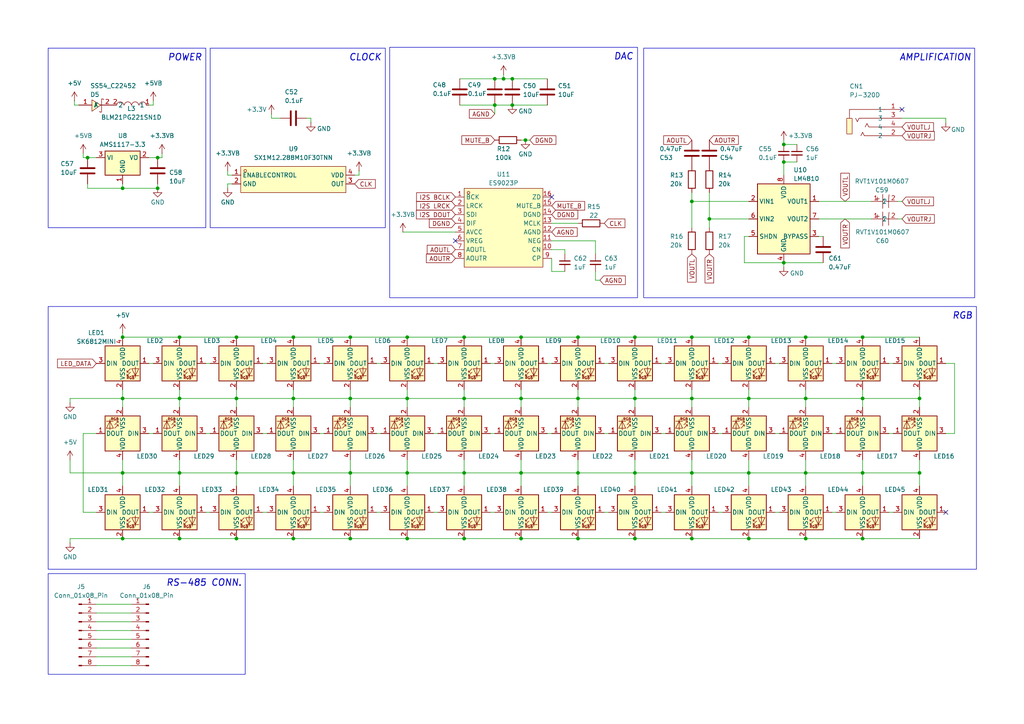
<source format=kicad_sch>
(kicad_sch (version 20250114) (generator "eeschema") (generator_version "9.0")
  (paper "A4")
  (title_block (title "Fracture Audio Output + RGB") (date "2025-12-19") (company "Logan Peterson"))
  (rectangle (start 186.69 13.97) (end 282.702 86.36))
  (rectangle (start 60.96 13.97) (end 111.76 66.04))
  (rectangle (start 13.97 13.97) (end 59.69 66.04))
  (rectangle (start 113.03 13.716) (end 184.912 86.36))
  (rectangle (start 13.97 166.37) (end 71.12 195.58))
  (rectangle (start 13.97 88.9) (end 283.21 165.1))
  (text "DAC" (at 180.848 16.51 0) (effects (font (size 1.905 1.905) (thickness 0.254) (bold yes) (italic yes))))
  (text "AMPLIFICATION" (at 271.272 16.764 0) (effects (font (size 1.905 1.905) (thickness 0.254) (bold yes) (italic yes))))
  (text "CLOCK" (at 105.918 16.764 0) (effects (font (size 1.905 1.905) (thickness 0.254) (bold yes) (italic yes))))
  (text "POWER" (at 53.594 16.764 0) (effects (font (size 1.905 1.905) (thickness 0.254) (bold yes) (italic yes))))
  (text "RS-485 CONN." (at 59.182 169.164 0) (effects (font (size 1.905 1.905) (thickness 0.254) (bold yes) (italic yes))))
  (text "RGB" (at 279.146 91.694 0) (effects (font (size 1.905 1.905) (thickness 0.254) (bold yes) (italic yes))))
  (junction (at 85.09 156.21))
  (junction (at 227.33 46.99))
  (junction (at 233.68 156.21))
  (junction (at 52.07 115.57))
  (junction (at 217.17 156.21))
  (junction (at 250.19 156.21))
  (junction (at 200.66 156.21))
  (junction (at 68.58 97.79))
  (junction (at 118.11 115.57))
  (junction (at 151.13 137.16))
  (junction (at 101.6 115.57))
  (junction (at 68.58 115.57))
  (junction (at 52.07 137.16))
  (junction (at 266.7 137.16))
  (junction (at 250.19 97.79))
  (junction (at 101.6 156.21))
  (junction (at 227.33 41.91))
  (junction (at 148.59 22.86))
  (junction (at 134.62 115.57))
  (junction (at 143.51 22.86))
  (junction (at 200.66 58.42))
  (junction (at 167.64 115.57))
  (junction (at 217.17 137.16))
  (junction (at 227.33 76.2))
  (junction (at 35.56 137.16))
  (junction (at 184.15 115.57))
  (junction (at 167.64 156.21))
  (junction (at 233.68 115.57))
  (junction (at 184.15 156.21))
  (junction (at 52.07 97.79))
  (junction (at 200.66 115.57))
  (junction (at 25.4 45.72))
  (junction (at 200.66 137.16))
  (junction (at 200.66 97.79))
  (junction (at 118.11 156.21))
  (junction (at 148.59 30.48))
  (junction (at 146.05 22.86))
  (junction (at 68.58 137.16))
  (junction (at 45.72 45.72))
  (junction (at 35.56 115.57))
  (junction (at 151.13 97.79))
  (junction (at 151.13 156.21))
  (junction (at 205.74 63.5))
  (junction (at 233.68 97.79))
  (junction (at 134.62 156.21))
  (junction (at 101.6 137.16))
  (junction (at 134.62 137.16))
  (junction (at 85.09 115.57))
  (junction (at 266.7 115.57))
  (junction (at 233.68 137.16))
  (junction (at 184.15 97.79))
  (junction (at 184.15 137.16))
  (junction (at 101.6 97.79))
  (junction (at 167.64 97.79))
  (junction (at 85.09 97.79))
  (junction (at 151.13 115.57))
  (junction (at 35.56 54.61))
  (junction (at 45.72 54.61))
  (junction (at 217.17 115.57))
  (junction (at 35.56 97.79))
  (junction (at 52.07 156.21))
  (junction (at 134.62 97.79))
  (junction (at 217.17 97.79))
  (junction (at 250.19 137.16))
  (junction (at 152.4 40.64))
  (junction (at 118.11 137.16))
  (junction (at 118.11 97.79))
  (junction (at 85.09 137.16))
  (junction (at 250.19 115.57))
  (junction (at 167.64 137.16))
  (junction (at 35.56 156.21))
  (junction (at 68.58 156.21))
  (junction (at 143.51 30.48))
  (no_connect (at 261.62 31.75))
  (no_connect (at 160.02 57.15))
  (no_connect (at 132.08 69.85))
  (no_connect (at 274.32 148.59))
  (wire (pts (xy 35.56 97.79) (xy 52.07 97.79)))
  (wire (pts (xy 250.19 115.57) (xy 250.19 113.03)))
  (wire (pts (xy 102.87 50.8) (xy 104.14 50.8)))
  (wire (pts (xy 233.68 115.57) (xy 233.68 113.03)))
  (wire (pts (xy 68.58 137.16) (xy 85.09 137.16)))
  (wire (pts (xy 200.66 137.16) (xy 217.17 137.16)))
  (wire (pts (xy 20.32 157.48) (xy 20.32 156.21)))
  (wire (pts (xy 276.86 125.73) (xy 276.86 105.41)))
  (wire (pts (xy 224.79 125.73) (xy 226.06 125.73)))
  (wire (pts (xy 85.09 97.79) (xy 101.6 97.79)))
  (wire (pts (xy 101.6 133.35) (xy 101.6 137.16)))
  (wire (pts (xy 142.24 105.41) (xy 143.51 105.41)))
  (wire (pts (xy 43.18 125.73) (xy 44.45 125.73)))
  (wire (pts (xy 233.68 137.16) (xy 250.19 137.16)))
  (wire (pts (xy 35.56 54.61) (xy 35.56 53.34)))
  (wire (pts (xy 76.2 148.59) (xy 77.47 148.59)))
  (wire (pts (xy 44.45 30.48) (xy 43.18 30.48)))
  (wire (pts (xy 134.62 97.79) (xy 151.13 97.79)))
  (wire (pts (xy 257.81 105.41) (xy 259.08 105.41)))
  (wire (pts (xy 208.28 148.59) (xy 209.55 148.59)))
  (wire (pts (xy 200.66 118.11) (xy 200.66 115.57)))
  (wire (pts (xy 85.09 115.57) (xy 85.09 113.03)))
  (wire (pts (xy 101.6 137.16) (xy 118.11 137.16)))
  (wire (pts (xy 118.11 137.16) (xy 118.11 140.97)))
  (wire (pts (xy 151.13 118.11) (xy 151.13 115.57)))
  (wire (pts (xy 118.11 156.21) (xy 134.62 156.21)))
  (wire (pts (xy 66.04 49.53) (xy 66.04 50.8)))
  (wire (pts (xy 257.81 148.59) (xy 259.08 148.59)))
  (wire (pts (xy 66.04 53.34) (xy 66.04 54.61)))
  (wire (pts (xy 66.04 50.8) (xy 67.31 50.8)))
  (wire (pts (xy 160.02 78.74) (xy 160.02 74.93)))
  (wire (pts (xy 78.74 33.02) (xy 78.74 34.29)))
  (wire (pts (xy 205.74 55.88) (xy 205.74 63.5)))
  (wire (pts (xy 85.09 133.35) (xy 85.09 137.16)))
  (wire (pts (xy 68.58 118.11) (xy 68.58 115.57)))
  (wire (pts (xy 274.32 34.29) (xy 274.32 35.56)))
  (wire (pts (xy 241.3 148.59) (xy 242.57 148.59)))
  (wire (pts (xy 27.94 185.42) (xy 38.1 185.42)))
  (wire (pts (xy 276.86 105.41) (xy 274.32 105.41)))
  (wire (pts (xy 68.58 97.79) (xy 85.09 97.79)))
  (wire (pts (xy 59.69 105.41) (xy 60.96 105.41)))
  (wire (pts (xy 184.15 156.21) (xy 200.66 156.21)))
  (wire (pts (xy 76.2 105.41) (xy 77.47 105.41)))
  (wire (pts (xy 224.79 105.41) (xy 226.06 105.41)))
  (wire (pts (xy 241.3 105.41) (xy 242.57 105.41)))
  (wire (pts (xy 118.11 118.11) (xy 118.11 115.57)))
  (wire (pts (xy 146.05 22.86) (xy 148.59 22.86)))
  (wire (pts (xy 52.07 97.79) (xy 68.58 97.79)))
  (wire (pts (xy 46.99 45.72) (xy 45.72 45.72)))
  (wire (pts (xy 68.58 137.16) (xy 68.58 140.97)))
  (wire (pts (xy 68.58 156.21) (xy 85.09 156.21)))
  (wire (pts (xy 151.13 115.57) (xy 151.13 113.03)))
  (wire (pts (xy 208.28 105.41) (xy 209.55 105.41)))
  (wire (pts (xy 52.07 118.11) (xy 52.07 115.57)))
  (wire (pts (xy 175.26 125.73) (xy 176.53 125.73)))
  (wire (pts (xy 200.66 97.79) (xy 217.17 97.79)))
  (wire (pts (xy 237.49 63.5) (xy 252.73 63.5)))
  (wire (pts (xy 250.19 115.57) (xy 266.7 115.57)))
  (wire (pts (xy 217.17 115.57) (xy 217.17 113.03)))
  (wire (pts (xy 217.17 133.35) (xy 217.17 137.16)))
  (wire (pts (xy 52.07 133.35) (xy 52.07 137.16)))
  (wire (pts (xy 125.73 125.73) (xy 127 125.73)))
  (wire (pts (xy 217.17 97.79) (xy 233.68 97.79)))
  (wire (pts (xy 20.32 116.84) (xy 20.32 115.57)))
  (wire (pts (xy 160.02 64.77) (xy 167.64 64.77)))
  (wire (pts (xy 158.75 125.73) (xy 160.02 125.73)))
  (wire (pts (xy 250.19 133.35) (xy 250.19 137.16)))
  (wire (pts (xy 20.32 133.35) (xy 20.32 137.16)))
  (wire (pts (xy 184.15 137.16) (xy 184.15 140.97)))
  (wire (pts (xy 27.94 177.8) (xy 38.1 177.8)))
  (wire (pts (xy 143.51 30.48) (xy 148.59 30.48)))
  (wire (pts (xy 184.15 115.57) (xy 200.66 115.57)))
  (wire (pts (xy 151.13 156.21) (xy 167.64 156.21)))
  (wire (pts (xy 160.02 72.39) (xy 163.83 72.39)))
  (wire (pts (xy 101.6 118.11) (xy 101.6 115.57)))
  (wire (pts (xy 68.58 133.35) (xy 68.58 137.16)))
  (wire (pts (xy 167.64 133.35) (xy 167.64 137.16)))
  (wire (pts (xy 44.45 29.21) (xy 44.45 30.48)))
  (wire (pts (xy 143.51 33.02) (xy 143.51 30.48)))
  (wire (pts (xy 35.56 156.21) (xy 52.07 156.21)))
  (wire (pts (xy 24.13 45.72) (xy 25.4 45.72)))
  (wire (pts (xy 217.17 137.16) (xy 217.17 140.97)))
  (wire (pts (xy 238.76 68.58) (xy 237.49 68.58)))
  (wire (pts (xy 191.77 125.73) (xy 193.04 125.73)))
  (wire (pts (xy 260.35 58.42) (xy 261.62 58.42)))
  (wire (pts (xy 200.66 58.42) (xy 200.66 66.04)))
  (wire (pts (xy 116.84 67.31) (xy 132.08 67.31)))
  (wire (pts (xy 217.17 137.16) (xy 233.68 137.16)))
  (wire (pts (xy 148.59 30.48) (xy 158.75 30.48)))
  (wire (pts (xy 109.22 148.59) (xy 110.49 148.59)))
  (wire (pts (xy 25.4 54.61) (xy 35.56 54.61)))
  (wire (pts (xy 184.15 118.11) (xy 184.15 115.57)))
  (wire (pts (xy 118.11 115.57) (xy 134.62 115.57)))
  (wire (pts (xy 200.66 156.21) (xy 217.17 156.21)))
  (wire (pts (xy 25.4 45.72) (xy 27.94 45.72)))
  (wire (pts (xy 215.9 68.58) (xy 217.17 68.58)))
  (wire (pts (xy 172.72 81.28) (xy 173.99 81.28)))
  (wire (pts (xy 151.13 137.16) (xy 167.64 137.16)))
  (wire (pts (xy 134.62 118.11) (xy 134.62 115.57)))
  (wire (pts (xy 66.04 53.34) (xy 67.31 53.34)))
  (wire (pts (xy 85.09 115.57) (xy 101.6 115.57)))
  (wire (pts (xy 24.13 148.59) (xy 27.94 148.59)))
  (wire (pts (xy 158.75 148.59) (xy 160.02 148.59)))
  (wire (pts (xy 104.14 50.8) (xy 104.14 49.53)))
  (wire (pts (xy 101.6 156.21) (xy 118.11 156.21)))
  (wire (pts (xy 257.81 125.73) (xy 259.08 125.73)))
  (wire (pts (xy 175.26 148.59) (xy 176.53 148.59)))
  (wire (pts (xy 148.59 22.86) (xy 158.75 22.86)))
  (wire (pts (xy 52.07 137.16) (xy 68.58 137.16)))
  (wire (pts (xy 266.7 115.57) (xy 266.7 113.03)))
  (wire (pts (xy 266.7 118.11) (xy 266.7 115.57)))
  (wire (pts (xy 224.79 148.59) (xy 226.06 148.59)))
  (wire (pts (xy 241.3 125.73) (xy 242.57 125.73)))
  (wire (pts (xy 233.68 156.21) (xy 250.19 156.21)))
  (wire (pts (xy 205.74 63.5) (xy 205.74 66.04)))
  (wire (pts (xy 46.99 44.45) (xy 46.99 45.72)))
  (wire (pts (xy 85.09 137.16) (xy 85.09 140.97)))
  (wire (pts (xy 231.14 46.99) (xy 227.33 46.99)))
  (wire (pts (xy 43.18 45.72) (xy 45.72 45.72)))
  (wire (pts (xy 20.32 137.16) (xy 35.56 137.16)))
  (wire (pts (xy 152.4 40.64) (xy 153.67 40.64)))
  (wire (pts (xy 27.94 180.34) (xy 38.1 180.34)))
  (wire (pts (xy 24.13 45.72) (xy 24.13 44.45)))
  (wire (pts (xy 52.07 115.57) (xy 68.58 115.57)))
  (wire (pts (xy 217.17 115.57) (xy 233.68 115.57)))
  (wire (pts (xy 191.77 148.59) (xy 193.04 148.59)))
  (wire (pts (xy 134.62 133.35) (xy 134.62 137.16)))
  (wire (pts (xy 27.94 193.04) (xy 38.1 193.04)))
  (wire (pts (xy 250.19 118.11) (xy 250.19 115.57)))
  (wire (pts (xy 163.83 78.74) (xy 160.02 78.74)))
  (wire (pts (xy 158.75 105.41) (xy 160.02 105.41)))
  (wire (pts (xy 134.62 137.16) (xy 134.62 140.97)))
  (wire (pts (xy 24.13 125.73) (xy 24.13 148.59)))
  (wire (pts (xy 43.18 105.41) (xy 44.45 105.41)))
  (wire (pts (xy 151.13 40.64) (xy 152.4 40.64)))
  (wire (pts (xy 35.56 133.35) (xy 35.56 137.16)))
  (wire (pts (xy 233.68 137.16) (xy 233.68 140.97)))
  (wire (pts (xy 215.9 68.58) (xy 215.9 76.2)))
  (wire (pts (xy 227.33 77.47) (xy 227.33 76.2)))
  (wire (pts (xy 167.64 156.21) (xy 184.15 156.21)))
  (wire (pts (xy 68.58 115.57) (xy 68.58 113.03)))
  (wire (pts (xy 92.71 148.59) (xy 93.98 148.59)))
  (wire (pts (xy 200.66 133.35) (xy 200.66 137.16)))
  (wire (pts (xy 20.32 156.21) (xy 35.56 156.21)))
  (wire (pts (xy 167.64 115.57) (xy 167.64 113.03)))
  (wire (pts (xy 250.19 137.16) (xy 266.7 137.16)))
  (wire (pts (xy 59.69 125.73) (xy 60.96 125.73)))
  (wire (pts (xy 151.13 137.16) (xy 151.13 140.97)))
  (wire (pts (xy 85.09 137.16) (xy 101.6 137.16)))
  (wire (pts (xy 227.33 76.2) (xy 238.76 76.2)))
  (wire (pts (xy 90.17 34.29) (xy 88.9 34.29)))
  (wire (pts (xy 142.24 148.59) (xy 143.51 148.59)))
  (wire (pts (xy 125.73 105.41) (xy 127 105.41)))
  (wire (pts (xy 146.05 21.59) (xy 146.05 22.86)))
  (wire (pts (xy 217.17 156.21) (xy 233.68 156.21)))
  (wire (pts (xy 237.49 58.42) (xy 252.73 58.42)))
  (wire (pts (xy 52.07 156.21) (xy 68.58 156.21)))
  (wire (pts (xy 27.94 187.96) (xy 38.1 187.96)))
  (wire (pts (xy 27.94 125.73) (xy 24.13 125.73)))
  (wire (pts (xy 134.62 137.16) (xy 151.13 137.16)))
  (wire (pts (xy 266.7 133.35) (xy 266.7 137.16)))
  (wire (pts (xy 101.6 115.57) (xy 118.11 115.57)))
  (wire (pts (xy 101.6 115.57) (xy 101.6 113.03)))
  (wire (pts (xy 151.13 133.35) (xy 151.13 137.16)))
  (wire (pts (xy 167.64 137.16) (xy 167.64 140.97)))
  (wire (pts (xy 184.15 133.35) (xy 184.15 137.16)))
  (wire (pts (xy 92.71 125.73) (xy 93.98 125.73)))
  (wire (pts (xy 134.62 115.57) (xy 151.13 115.57)))
  (wire (pts (xy 217.17 118.11) (xy 217.17 115.57)))
  (wire (pts (xy 76.2 125.73) (xy 77.47 125.73)))
  (wire (pts (xy 101.6 97.79) (xy 118.11 97.79)))
  (wire (pts (xy 35.56 137.16) (xy 52.07 137.16)))
  (wire (pts (xy 167.64 115.57) (xy 184.15 115.57)))
  (wire (pts (xy 52.07 115.57) (xy 52.07 113.03)))
  (wire (pts (xy 125.73 148.59) (xy 127 148.59)))
  (wire (pts (xy 200.66 115.57) (xy 217.17 115.57)))
  (wire (pts (xy 215.9 76.2) (xy 227.33 76.2)))
  (wire (pts (xy 184.15 97.79) (xy 200.66 97.79)))
  (wire (pts (xy 134.62 115.57) (xy 134.62 113.03)))
  (wire (pts (xy 27.94 182.88) (xy 38.1 182.88)))
  (wire (pts (xy 167.64 97.79) (xy 184.15 97.79)))
  (wire (pts (xy 227.33 40.64) (xy 227.33 41.91)))
  (wire (pts (xy 68.58 115.57) (xy 85.09 115.57)))
  (wire (pts (xy 45.72 54.61) (xy 45.72 53.34)))
  (wire (pts (xy 261.62 63.5) (xy 260.35 63.5)))
  (wire (pts (xy 261.62 34.29) (xy 274.32 34.29)))
  (wire (pts (xy 85.09 156.21) (xy 101.6 156.21)))
  (wire (pts (xy 250.19 137.16) (xy 250.19 140.97)))
  (wire (pts (xy 175.26 105.41) (xy 176.53 105.41)))
  (wire (pts (xy 35.56 96.52) (xy 35.56 97.79)))
  (wire (pts (xy 184.15 137.16) (xy 200.66 137.16)))
  (wire (pts (xy 85.09 118.11) (xy 85.09 115.57)))
  (wire (pts (xy 109.22 125.73) (xy 110.49 125.73)))
  (wire (pts (xy 43.18 148.59) (xy 44.45 148.59)))
  (wire (pts (xy 101.6 137.16) (xy 101.6 140.97)))
  (wire (pts (xy 35.56 118.11) (xy 35.56 115.57)))
  (wire (pts (xy 167.64 118.11) (xy 167.64 115.57)))
  (wire (pts (xy 227.33 46.99) (xy 227.33 50.8)))
  (wire (pts (xy 184.15 115.57) (xy 184.15 113.03)))
  (wire (pts (xy 27.94 190.5) (xy 38.1 190.5)))
  (wire (pts (xy 35.56 54.61) (xy 45.72 54.61)))
  (wire (pts (xy 78.74 34.29) (xy 81.28 34.29)))
  (wire (pts (xy 146.05 22.86) (xy 143.51 22.86)))
  (wire (pts (xy 233.68 133.35) (xy 233.68 137.16)))
  (wire (pts (xy 133.35 22.86) (xy 143.51 22.86)))
  (wire (pts (xy 172.72 78.74) (xy 172.72 81.28)))
  (wire (pts (xy 118.11 137.16) (xy 134.62 137.16)))
  (wire (pts (xy 200.66 58.42) (xy 217.17 58.42)))
  (wire (pts (xy 274.32 125.73) (xy 276.86 125.73)))
  (wire (pts (xy 250.19 156.21) (xy 266.7 156.21)))
  (wire (pts (xy 233.68 115.57) (xy 250.19 115.57)))
  (wire (pts (xy 231.14 41.91) (xy 227.33 41.91)))
  (wire (pts (xy 118.11 133.35) (xy 118.11 137.16)))
  (wire (pts (xy 151.13 97.79) (xy 167.64 97.79)))
  (wire (pts (xy 59.69 148.59) (xy 60.96 148.59)))
  (wire (pts (xy 208.28 125.73) (xy 209.55 125.73)))
  (wire (pts (xy 22.86 30.48) (xy 21.59 30.48)))
  (wire (pts (xy 200.66 137.16) (xy 200.66 140.97)))
  (wire (pts (xy 151.13 115.57) (xy 167.64 115.57)))
  (wire (pts (xy 200.66 55.88) (xy 200.66 58.42)))
  (wire (pts (xy 160.02 69.85) (xy 172.72 69.85)))
  (wire (pts (xy 90.17 35.56) (xy 90.17 34.29)))
  (wire (pts (xy 118.11 97.79) (xy 134.62 97.79)))
  (wire (pts (xy 142.24 125.73) (xy 143.51 125.73)))
  (wire (pts (xy 25.4 53.34) (xy 25.4 54.61)))
  (wire (pts (xy 92.71 105.41) (xy 93.98 105.41)))
  (wire (pts (xy 133.35 30.48) (xy 143.51 30.48)))
  (wire (pts (xy 250.19 97.79) (xy 266.7 97.79)))
  (wire (pts (xy 35.56 115.57) (xy 52.07 115.57)))
  (wire (pts (xy 163.83 72.39) (xy 163.83 73.66)))
  (wire (pts (xy 266.7 137.16) (xy 266.7 140.97)))
  (wire (pts (xy 27.94 175.26) (xy 38.1 175.26)))
  (wire (pts (xy 21.59 30.48) (xy 21.59 29.21)))
  (wire (pts (xy 134.62 156.21) (xy 151.13 156.21)))
  (wire (pts (xy 205.74 63.5) (xy 217.17 63.5)))
  (wire (pts (xy 118.11 115.57) (xy 118.11 113.03)))
  (wire (pts (xy 109.22 105.41) (xy 110.49 105.41)))
  (wire (pts (xy 172.72 69.85) (xy 172.72 73.66)))
  (wire (pts (xy 191.77 105.41) (xy 193.04 105.41)))
  (wire (pts (xy 52.07 137.16) (xy 52.07 140.97)))
  (wire (pts (xy 20.32 115.57) (xy 35.56 115.57)))
  (wire (pts (xy 200.66 115.57) (xy 200.66 113.03)))
  (wire (pts (xy 35.56 137.16) (xy 35.56 140.97)))
  (wire (pts (xy 233.68 118.11) (xy 233.68 115.57)))
  (wire (pts (xy 233.68 97.79) (xy 250.19 97.79)))
  (wire (pts (xy 167.64 137.16) (xy 184.15 137.16)))
  (wire (pts (xy 35.56 115.57) (xy 35.56 113.03)))
  (global_label "AGND" (shape input) (at 143.51 33.02 180) (property "Intersheetrefs" "${INTERSHEET_REFS}" (effects (hide yes))))
  (global_label "DGND" (shape input) (at 160.02 62.23 0) (property "Intersheetrefs" "${INTERSHEET_REFS}" (effects (hide yes))))
  (global_label "I2S DOUT" (shape input) (at 132.08 62.23 180) (property "Intersheetrefs" "${INTERSHEET_REFS}" (effects (hide yes))))
  (global_label "VOUTL" (shape input) (at 245.11 58.42 90) (property "Intersheetrefs" "${INTERSHEET_REFS}" (effects (hide yes))))
  (global_label "VOUTLJ" (shape input) (at 261.62 58.42 0) (property "Intersheetrefs" "${INTERSHEET_REFS}" (effects (hide yes))))
  (global_label "AOUTR" (shape input) (at 205.74 40.64 0) (property "Intersheetrefs" "${INTERSHEET_REFS}" (effects (hide yes))))
  (global_label "VOUTR" (shape input) (at 205.74 73.66 270) (property "Intersheetrefs" "${INTERSHEET_REFS}" (effects (hide yes))))
  (global_label "AOUTL" (shape input) (at 200.66 40.64 180) (property "Intersheetrefs" "${INTERSHEET_REFS}" (effects (hide yes))))
  (global_label "AOUTL" (shape input) (at 132.08 72.39 180) (property "Intersheetrefs" "${INTERSHEET_REFS}" (effects (hide yes))))
  (global_label "I2S LRCK" (shape input) (at 132.08 59.69 180) (property "Intersheetrefs" "${INTERSHEET_REFS}" (effects (hide yes))))
  (global_label "AOUTR" (shape input) (at 132.08 74.93 180) (property "Intersheetrefs" "${INTERSHEET_REFS}" (effects (hide yes))))
  (global_label "LED_DATA" (shape input) (at 27.94 105.41 180) (property "Intersheetrefs" "${INTERSHEET_REFS}" (effects (hide yes))))
  (global_label "VOUTLJ" (shape input) (at 261.62 36.83 0) (property "Intersheetrefs" "${INTERSHEET_REFS}" (effects (hide yes))))
  (global_label "AGND" (shape input) (at 160.02 67.31 0) (property "Intersheetrefs" "${INTERSHEET_REFS}" (effects (hide yes))))
  (global_label "CLK" (shape input) (at 102.87 53.34 0) (property "Intersheetrefs" "${INTERSHEET_REFS}" (effects (hide yes))))
  (global_label "DGND" (shape input) (at 153.67 40.64 0) (property "Intersheetrefs" "${INTERSHEET_REFS}" (effects (hide yes))))
  (global_label "VOUTL" (shape input) (at 200.66 73.66 270) (property "Intersheetrefs" "${INTERSHEET_REFS}" (effects (hide yes))))
  (global_label "MUTE_B" (shape input) (at 160.02 59.69 0) (property "Intersheetrefs" "${INTERSHEET_REFS}" (effects (hide yes))))
  (global_label "VOUTRJ" (shape input) (at 261.62 63.5 0) (property "Intersheetrefs" "${INTERSHEET_REFS}" (effects (hide yes))))
  (global_label "VOUTR" (shape input) (at 245.11 63.5 270) (property "Intersheetrefs" "${INTERSHEET_REFS}" (effects (hide yes))))
  (global_label "AGND" (shape input) (at 173.99 81.28 0) (property "Intersheetrefs" "${INTERSHEET_REFS}" (effects (hide yes))))
  (global_label "VOUTRJ" (shape input) (at 261.62 39.37 0) (property "Intersheetrefs" "${INTERSHEET_REFS}" (effects (hide yes))))
  (global_label "I2S BCLK" (shape input) (at 132.08 57.15 180) (property "Intersheetrefs" "${INTERSHEET_REFS}" (effects (hide yes))))
  (global_label "DGND" (shape input) (at 132.08 64.77 180) (property "Intersheetrefs" "${INTERSHEET_REFS}" (effects (hide yes))))
  (global_label "MUTE_B" (shape input) (at 143.51 40.64 180) (property "Intersheetrefs" "${INTERSHEET_REFS}" (effects (hide yes))))
  (global_label "CLK" (shape input) (at 175.26 64.77 0) (property "Intersheetrefs" "${INTERSHEET_REFS}" (effects (hide yes))))
  (symbol (lib_id "LED:SK6812MINI") (at 35.56 105.41 0) (unit 1)
    (property "Reference" "LED1" (at 27.94 96.52 0))
    (property "Value" "SK6812MINI" (at 27.94 99.06 0))
    (property "Footprint" "imported_components:SK6812-MINI-E" (effects (hide yes)))
    (property "Datasheet" "https://cdn-shop.adafruit.com/product-files/2686/SK6812MINI_REV.01-1-2.pdf" (effects (hide yes)))
    (property "Description" "RGB LED with integrated controller" (effects (hide yes)))
  )
  (symbol (lib_id "power:+3.3VA") (at 104.14 49.53 0) (unit 1)
    (property "Reference" "#PWR0202" (effects (hide yes)))
    (property "Value" "+3.3VB" (at 104.14 44.45 0))
    (property "Description" "Power symbol creates a global label with name \"+3.3VA\"" (effects (hide yes)))
  )
  (symbol (lib_id "LED:SK6812MINI") (at 233.68 125.73 180) (unit 1)
    (property "Reference" "LED18" (at 240.792 132.334 0))
    (property "Value" "SK6812MINI" (effects (hide yes)))
    (property "Footprint" "imported_components:SK6812-MINI-E" (effects (hide yes)))
    (property "Datasheet" "https://cdn-shop.adafruit.com/product-files/2686/SK6812MINI_REV.01-1-2.pdf" (effects (hide yes)))
    (property "Description" "RGB LED with integrated controller" (effects (hide yes)))
  )
  (symbol (lib_id "Device:R") (at 205.74 69.85 0) (unit 1)
    (property "Reference" "R17" (at 208.28 68.5799 0) (effects (justify left)))
    (property "Value" "20k" (at 208.28 71.1199 0) (effects (justify left)))
    (property "Footprint" "imported_components:R0805" (effects (hide yes)))
    (property "Description" "Resistor" (effects (hide yes)))
  )
  (symbol (lib_id "Device:C_Small") (at 227.33 44.45 0) (unit 1)
    (property "Reference" "C55" (at 219.964 43.18 0) (effects (justify left)))
    (property "Value" "0.1uF" (at 219.964 45.72 0) (effects (justify left)))
    (property "Footprint" "imported_components:C0805" (effects (hide yes)))
    (property "Description" "Unpolarized capacitor, small symbol" (effects (hide yes)))
  )
  (symbol (lib_id "LED:SK6812MINI") (at 134.62 125.73 180) (unit 1)
    (property "Reference" "LED24" (at 141.732 132.334 0))
    (property "Value" "SK6812MINI" (effects (hide yes)))
    (property "Footprint" "imported_components:SK6812-MINI-E" (effects (hide yes)))
    (property "Datasheet" "https://cdn-shop.adafruit.com/product-files/2686/SK6812MINI_REV.01-1-2.pdf" (effects (hide yes)))
    (property "Description" "RGB LED with integrated controller" (effects (hide yes)))
  )
  (symbol (lib_id "Connector:Conn_01x08_Pin") (at 43.18 182.88 0) (mirror y) (unit 1)
    (property "Reference" "J6" (at 42.545 170.18 0))
    (property "Value" "Conn_01x08_Pin" (at 42.545 172.72 0))
    (property "Footprint" "Connector_PinSocket_2.54mm:PinSocket_1x08_P2.54mm_Vertical" (effects (hide yes)))
    (property "Description" "Generic connector, single row, 01x08, script generated" (effects (hide yes)))
  )
  (symbol (lib_id "power:GND") (at 90.17 35.56 0) (unit 1)
    (property "Reference" "#PWR0195" (effects (hide yes)))
    (property "Value" "GND" (at 93.98 37.338 0))
    (property "Description" "Power symbol creates a global label with name \"GND\" , ground" (effects (hide yes)))
  )
  (symbol (lib_id "LED:SK6812MINI") (at 250.19 125.73 180) (unit 1)
    (property "Reference" "LED17" (at 257.302 132.334 0))
    (property "Value" "SK6812MINI" (effects (hide yes)))
    (property "Footprint" "imported_components:SK6812-MINI-E" (effects (hide yes)))
    (property "Datasheet" "https://cdn-shop.adafruit.com/product-files/2686/SK6812MINI_REV.01-1-2.pdf" (effects (hide yes)))
    (property "Description" "RGB LED with integrated controller" (effects (hide yes)))
  )
  (symbol (lib_id "power:+3.3VA") (at 146.05 21.59 0) (unit 1)
    (property "Reference" "#PWR0190" (effects (hide yes)))
    (property "Value" "+3.3VB" (at 146.05 16.51 0))
    (property "Description" "Power symbol creates a global label with name \"+3.3VA\"" (effects (hide yes)))
  )
  (symbol (lib_id "imported_components:RVT1V101M0607") (at 256.54 63.5 0) (unit 1)
    (property "Reference" "C60" (at 255.935 69.85 0))
    (property "Value" "RVT1V101M0607" (at 255.935 67.31 0))
    (property "Footprint" "imported_components:CAP-SMD_BD6.3-L6.6-W6.6-LS7.6-FD" (effects (hide yes)))
    (property "Datasheet" "https://lcsc.com/product-detail/Aluminum-Electrolytic-Capacitors-SMD_100uF-35V-20_C72478.html" (effects (hide yes)))
    (property "LCSC Part" "C72478" (effects (hide yes)))
  )
  (symbol (lib_id "Device:R") (at 205.74 52.07 0) (unit 1)
    (property "Reference" "R14" (at 208.28 50.7999 0) (effects (justify left)))
    (property "Value" "20k" (at 208.28 53.3399 0) (effects (justify left)))
    (property "Footprint" "imported_components:R0805" (effects (hide yes)))
    (property "Description" "Resistor" (effects (hide yes)))
  )
  (symbol (lib_id "Device:C") (at 143.51 26.67 0) (unit 1)
    (property "Reference" "C49" (at 135.636 24.638 0) (effects (justify left)))
    (property "Value" "0.1uF" (at 135.636 27.178 0) (effects (justify left)))
    (property "Footprint" "imported_components:C0805" (effects (hide yes)))
    (property "Description" "Unpolarized capacitor" (effects (hide yes)))
  )
  (symbol (lib_id "power:+3.3VA") (at 227.33 40.64 0) (unit 1)
    (property "Reference" "#PWR0198" (effects (hide yes)))
    (property "Value" "+3.3VB" (at 232.156 39.37 0))
    (property "Description" "Power symbol creates a global label with name \"+3.3VA\"" (effects (hide yes)))
  )
  (symbol (lib_id "Amplifier_Audio:LM4810") (at 227.33 63.5 0) (unit 1)
    (property "Reference" "U10" (at 230.124 49.276 0) (effects (justify left)))
    (property "Value" "LM4810" (at 230.124 51.816 0) (effects (justify left)))
    (property "Footprint" "Package_SO:TSSOP-8_3x3mm_P0.65mm" (effects (hide yes)))
    (property "Datasheet" "http://www.ti.com/lit/ds/symlink/lm4810.pdf" (effects (hide yes)))
    (property "Description" "Boomer Dual 105mW Headphone Amplifier with Active-High Shutdown Mode, VSSOP-8" (effects (hide yes)))
  )
  (symbol (lib_id "Device:C") (at 158.75 26.67 0) (unit 1)
    (property "Reference" "C51" (at 161.798 24.892 0) (effects (justify left)))
    (property "Value" "10uF" (at 161.798 27.432 0) (effects (justify left)))
    (property "Footprint" "imported_components:C0805" (effects (hide yes)))
    (property "Description" "Unpolarized capacitor" (effects (hide yes)))
  )
  (symbol (lib_id "LED:SK6812MINI") (at 101.6 148.59 0) (unit 1)
    (property "Reference" "LED35" (at 94.488 141.986 0))
    (property "Value" "SK6812MINI" (effects (hide yes)))
    (property "Footprint" "imported_components:SK6812-MINI-E" (effects (hide yes)))
    (property "Datasheet" "https://cdn-shop.adafruit.com/product-files/2686/SK6812MINI_REV.01-1-2.pdf" (effects (hide yes)))
    (property "Description" "RGB LED with integrated controller" (effects (hide yes)))
  )
  (symbol (lib_id "Device:C_Small") (at 231.14 44.45 0) (unit 1)
    (property "Reference" "C56" (at 233.68 43.1862 0) (effects (justify left)))
    (property "Value" "1uF" (at 233.68 45.7262 0) (effects (justify left)))
    (property "Footprint" "imported_components:C0805" (effects (hide yes)))
    (property "Description" "Unpolarized capacitor, small symbol" (effects (hide yes)))
  )
  (symbol (lib_id "Device:C") (at 200.66 44.45 0) (mirror x) (unit 1)
    (property "Reference" "C53" (at 191.262 45.72 0) (effects (justify left)))
    (property "Value" "0.47uF" (at 191.262 43.18 0) (effects (justify left)))
    (property "Footprint" "imported_components:C0805" (effects (hide yes)))
    (property "Description" "Unpolarized capacitor" (effects (hide yes)))
  )
  (symbol (lib_id "power:GND") (at 20.32 157.48 0) (unit 1)
    (property "Reference" "#PWR0210" (effects (hide yes)))
    (property "Value" "GND" (at 20.32 161.544 0))
    (property "Description" "Power symbol creates a global label with name \"GND\" , ground" (effects (hide yes)))
  )
  (symbol (lib_id "power:GND") (at 66.04 54.61 0) (unit 1)
    (property "Reference" "#PWR0204" (effects (hide yes)))
    (property "Value" "GND" (at 66.04 58.674 0))
    (property "Description" "Power symbol creates a global label with name \"GND\" , ground" (effects (hide yes)))
  )
  (symbol (lib_id "LED:SK6812MINI") (at 167.64 148.59 0) (unit 1)
    (property "Reference" "LED39" (at 160.528 141.986 0))
    (property "Value" "SK6812MINI" (effects (hide yes)))
    (property "Footprint" "imported_components:SK6812-MINI-E" (effects (hide yes)))
    (property "Datasheet" "https://cdn-shop.adafruit.com/product-files/2686/SK6812MINI_REV.01-1-2.pdf" (effects (hide yes)))
    (property "Description" "RGB LED with integrated controller" (effects (hide yes)))
  )
  (symbol (lib_id "power:GND") (at 227.33 77.47 0) (unit 1)
    (property "Reference" "#PWR0206" (effects (hide yes)))
    (property "Value" "GND" (at 231.14 79.248 0))
    (property "Description" "Power symbol creates a global label with name \"GND\" , ground" (effects (hide yes)))
  )
  (symbol (lib_id "LED:SK6812MINI") (at 68.58 105.41 0) (unit 1)
    (property "Reference" "LED3" (at 61.468 98.806 0))
    (property "Value" "SK6812MINI" (effects (hide yes)))
    (property "Footprint" "imported_components:SK6812-MINI-E" (effects (hide yes)))
    (property "Datasheet" "https://cdn-shop.adafruit.com/product-files/2686/SK6812MINI_REV.01-1-2.pdf" (effects (hide yes)))
    (property "Description" "RGB LED with integrated controller" (effects (hide yes)))
  )
  (symbol (lib_id "imported_components:SS54_C22452") (at 27.94 30.48 0) (mirror y) (unit 1)
    (property "Reference" "D5" (at 26.162 27.432 0) (effects (justify right)))
    (property "Value" "SS54_C22452" (at 26.162 24.892 0) (effects (justify right)))
    (property "Footprint" "imported_components:SMA_L4.4-W2.8-LS5.4-R-RD" (effects (hide yes)))
    (property "Datasheet" "https://lcsc.com/product-detail/Schottky-Barrier-Diodes-SBD_SS54_C22452.html" (effects (hide yes)))
    (property "LCSC Part" "C22452" (effects (hide yes)))
  )
  (symbol (lib_id "LED:SK6812MINI") (at 167.64 125.73 180) (unit 1)
    (property "Reference" "LED22" (at 174.752 132.334 0))
    (property "Value" "SK6812MINI" (effects (hide yes)))
    (property "Footprint" "imported_components:SK6812-MINI-E" (effects (hide yes)))
    (property "Datasheet" "https://cdn-shop.adafruit.com/product-files/2686/SK6812MINI_REV.01-1-2.pdf" (effects (hide yes)))
    (property "Description" "RGB LED with integrated controller" (effects (hide yes)))
  )
  (symbol (lib_id "LED:SK6812MINI") (at 266.7 148.59 0) (unit 1)
    (property "Reference" "LED45" (at 259.588 141.986 0))
    (property "Value" "SK6812MINI" (effects (hide yes)))
    (property "Footprint" "imported_components:SK6812-MINI-E" (effects (hide yes)))
    (property "Datasheet" "https://cdn-shop.adafruit.com/product-files/2686/SK6812MINI_REV.01-1-2.pdf" (effects (hide yes)))
    (property "Description" "RGB LED with integrated controller" (effects (hide yes)))
  )
  (symbol (lib_id "LED:SK6812MINI") (at 200.66 105.41 0) (unit 1)
    (property "Reference" "LED11" (at 193.548 98.806 0))
    (property "Value" "SK6812MINI" (effects (hide yes)))
    (property "Footprint" "imported_components:SK6812-MINI-E" (effects (hide yes)))
    (property "Datasheet" "https://cdn-shop.adafruit.com/product-files/2686/SK6812MINI_REV.01-1-2.pdf" (effects (hide yes)))
    (property "Description" "RGB LED with integrated controller" (effects (hide yes)))
  )
  (symbol (lib_id "Regulator_Linear:AMS1117-3.3") (at 35.56 45.72 0) (unit 1)
    (property "Reference" "U8" (at 35.56 39.37 0))
    (property "Value" "AMS1117-3.3" (at 35.56 41.91 0))
    (property "Footprint" "Package_TO_SOT_SMD:SOT-223-3_TabPin2" (effects (hide yes)))
    (property "Datasheet" "http://www.advanced-monolithic.com/pdf/ds1117.pdf" (effects (hide yes)))
    (property "Description" "1A Low Dropout regulator, positive, 3.3V fixed output, SOT-223" (effects (hide yes)))
  )
  (symbol (lib_id "LED:SK6812MINI") (at 52.07 148.59 0) (unit 1)
    (property "Reference" "LED32" (at 44.958 141.986 0))
    (property "Value" "SK6812MINI" (effects (hide yes)))
    (property "Footprint" "imported_components:SK6812-MINI-E" (effects (hide yes)))
    (property "Datasheet" "https://cdn-shop.adafruit.com/product-files/2686/SK6812MINI_REV.01-1-2.pdf" (effects (hide yes)))
    (property "Description" "RGB LED with integrated controller" (effects (hide yes)))
  )
  (symbol (lib_id "power:GND") (at 45.72 54.61 0) (unit 1)
    (property "Reference" "#PWR0203" (effects (hide yes)))
    (property "Value" "GND" (at 45.72 58.674 0))
    (property "Description" "Power symbol creates a global label with name \"GND\" , ground" (effects (hide yes)))
  )
  (symbol (lib_id "LED:SK6812MINI") (at 151.13 125.73 180) (unit 1)
    (property "Reference" "LED23" (at 158.242 132.334 0))
    (property "Value" "SK6812MINI" (effects (hide yes)))
    (property "Footprint" "imported_components:SK6812-MINI-E" (effects (hide yes)))
    (property "Datasheet" "https://cdn-shop.adafruit.com/product-files/2686/SK6812MINI_REV.01-1-2.pdf" (effects (hide yes)))
    (property "Description" "RGB LED with integrated controller" (effects (hide yes)))
  )
  (symbol (lib_id "LED:SK6812MINI") (at 35.56 125.73 180) (unit 1)
    (property "Reference" "LED30" (at 42.672 132.334 0))
    (property "Value" "SK6812MINI" (effects (hide yes)))
    (property "Footprint" "imported_components:SK6812-MINI-E" (effects (hide yes)))
    (property "Datasheet" "https://cdn-shop.adafruit.com/product-files/2686/SK6812MINI_REV.01-1-2.pdf" (effects (hide yes)))
    (property "Description" "RGB LED with integrated controller" (effects (hide yes)))
  )
  (symbol (lib_id "Device:R") (at 200.66 69.85 0) (unit 1)
    (property "Reference" "R16" (at 194.31 68.58 0) (effects (justify left)))
    (property "Value" "20k" (at 194.31 71.12 0) (effects (justify left)))
    (property "Footprint" "imported_components:R0805" (effects (hide yes)))
    (property "Description" "Resistor" (effects (hide yes)))
  )
  (symbol (lib_id "LED:SK6812MINI") (at 151.13 105.41 0) (unit 1)
    (property "Reference" "LED8" (at 144.018 98.806 0))
    (property "Value" "SK6812MINI" (effects (hide yes)))
    (property "Footprint" "imported_components:SK6812-MINI-E" (effects (hide yes)))
    (property "Datasheet" "https://cdn-shop.adafruit.com/product-files/2686/SK6812MINI_REV.01-1-2.pdf" (effects (hide yes)))
    (property "Description" "RGB LED with integrated controller" (effects (hide yes)))
  )
  (symbol (lib_id "LED:SK6812MINI") (at 184.15 125.73 180) (unit 1)
    (property "Reference" "LED21" (at 191.262 132.334 0))
    (property "Value" "SK6812MINI" (effects (hide yes)))
    (property "Footprint" "imported_components:SK6812-MINI-E" (effects (hide yes)))
    (property "Datasheet" "https://cdn-shop.adafruit.com/product-files/2686/SK6812MINI_REV.01-1-2.pdf" (effects (hide yes)))
    (property "Description" "RGB LED with integrated controller" (effects (hide yes)))
  )
  (symbol (lib_id "LED:SK6812MINI") (at 167.64 105.41 0) (unit 1)
    (property "Reference" "LED9" (at 160.528 98.806 0))
    (property "Value" "SK6812MINI" (effects (hide yes)))
    (property "Footprint" "imported_components:SK6812-MINI-E" (effects (hide yes)))
    (property "Datasheet" "https://cdn-shop.adafruit.com/product-files/2686/SK6812MINI_REV.01-1-2.pdf" (effects (hide yes)))
    (property "Description" "RGB LED with integrated controller" (effects (hide yes)))
  )
  (symbol (lib_id "LED:SK6812MINI") (at 68.58 125.73 180) (unit 1)
    (property "Reference" "LED28" (at 75.692 132.334 0))
    (property "Value" "SK6812MINI" (effects (hide yes)))
    (property "Footprint" "imported_components:SK6812-MINI-E" (effects (hide yes)))
    (property "Datasheet" "https://cdn-shop.adafruit.com/product-files/2686/SK6812MINI_REV.01-1-2.pdf" (effects (hide yes)))
    (property "Description" "RGB LED with integrated controller" (effects (hide yes)))
  )
  (symbol (lib_id "Device:R") (at 171.45 64.77 90) (unit 1)
    (property "Reference" "R15" (at 172.212 59.944 90))
    (property "Value" "22" (at 172.212 62.484 90))
    (property "Footprint" "imported_components:R0805" (effects (hide yes)))
    (property "Description" "Resistor" (effects (hide yes)))
  )
  (symbol (lib_id "LED:SK6812MINI") (at 217.17 148.59 0) (unit 1)
    (property "Reference" "LED42" (at 210.058 141.986 0))
    (property "Value" "SK6812MINI" (effects (hide yes)))
    (property "Footprint" "imported_components:SK6812-MINI-E" (effects (hide yes)))
    (property "Datasheet" "https://cdn-shop.adafruit.com/product-files/2686/SK6812MINI_REV.01-1-2.pdf" (effects (hide yes)))
    (property "Description" "RGB LED with integrated controller" (effects (hide yes)))
  )
  (symbol (lib_id "Device:C") (at 45.72 49.53 0) (unit 1)
    (property "Reference" "C58" (at 49.022 50.038 0) (effects (justify left)))
    (property "Value" "10uF" (at 49.022 52.578 0) (effects (justify left)))
    (property "Footprint" "imported_components:C0805" (effects (hide yes)))
    (property "Description" "Unpolarized capacitor" (effects (hide yes)))
  )
  (symbol (lib_id "imported_components:SX1M12.288M10F30TNN") (at 85.09 52.07 0) (unit 1)
    (property "Reference" "U9" (at 85.09 43.18 0))
    (property "Value" "SX1M12.288M10F30TNN" (at 85.09 45.72 0))
    (property "Footprint" "imported_components:OSC-SMD_4P-L2.0-W1.6-BL" (effects (hide yes)))
    (property "LCSC Part" "C2901609" (effects (hide yes)))
  )
  (symbol (lib_id "LED:SK6812MINI") (at 52.07 125.73 180) (unit 1)
    (property "Reference" "LED29" (at 59.182 132.334 0))
    (property "Value" "SK6812MINI" (effects (hide yes)))
    (property "Footprint" "imported_components:SK6812-MINI-E" (effects (hide yes)))
    (property "Datasheet" "https://cdn-shop.adafruit.com/product-files/2686/SK6812MINI_REV.01-1-2.pdf" (effects (hide yes)))
    (property "Description" "RGB LED with integrated controller" (effects (hide yes)))
  )
  (symbol (lib_id "Device:C_Small") (at 163.83 76.2 0) (unit 1)
    (property "Reference" "C62" (at 166.37 74.9362 0) (effects (justify left)))
    (property "Value" "1uF" (at 166.37 77.4762 0) (effects (justify left)))
    (property "Footprint" "imported_components:C0805" (effects (hide yes)))
    (property "Description" "Unpolarized capacitor, small symbol" (effects (hide yes)))
  )
  (symbol (lib_id "power:GND") (at 148.59 30.48 0) (unit 1)
    (property "Reference" "#PWR0193" (effects (hide yes)))
    (property "Value" "GND" (at 152.4 32.258 0))
    (property "Description" "Power symbol creates a global label with name \"GND\" , ground" (effects (hide yes)))
  )
  (symbol (lib_id "Device:C") (at 205.74 44.45 0) (mirror x) (unit 1)
    (property "Reference" "C54" (at 208.788 45.72 0) (effects (justify left)))
    (property "Value" "0.47uF" (at 208.788 43.18 0) (effects (justify left)))
    (property "Footprint" "imported_components:C0805" (effects (hide yes)))
    (property "Description" "Unpolarized capacitor" (effects (hide yes)))
  )
  (symbol (lib_id "LED:SK6812MINI") (at 233.68 148.59 0) (unit 1)
    (property "Reference" "LED43" (at 226.568 141.986 0))
    (property "Value" "SK6812MINI" (effects (hide yes)))
    (property "Footprint" "imported_components:SK6812-MINI-E" (effects (hide yes)))
    (property "Datasheet" "https://cdn-shop.adafruit.com/product-files/2686/SK6812MINI_REV.01-1-2.pdf" (effects (hide yes)))
    (property "Description" "RGB LED with integrated controller" (effects (hide yes)))
  )
  (symbol (lib_id "LED:SK6812MINI") (at 266.7 105.41 0) (unit 1)
    (property "Reference" "LED15" (at 259.588 98.806 0))
    (property "Value" "SK6812MINI" (effects (hide yes)))
    (property "Footprint" "imported_components:SK6812-MINI-E" (effects (hide yes)))
    (property "Datasheet" "https://cdn-shop.adafruit.com/product-files/2686/SK6812MINI_REV.01-1-2.pdf" (effects (hide yes)))
    (property "Description" "RGB LED with integrated controller" (effects (hide yes)))
  )
  (symbol (lib_id "power:+5VA") (at 44.45 29.21 0) (unit 1)
    (property "Reference" "#PWR0192" (effects (hide yes)))
    (property "Value" "+5VB" (at 44.45 24.13 0))
    (property "Description" "Power symbol creates a global label with name \"+5VA\"" (effects (hide yes)))
  )
  (symbol (lib_id "LED:SK6812MINI") (at 200.66 125.73 180) (unit 1)
    (property "Reference" "LED20" (at 207.772 132.334 0))
    (property "Value" "SK6812MINI" (effects (hide yes)))
    (property "Footprint" "imported_components:SK6812-MINI-E" (effects (hide yes)))
    (property "Datasheet" "https://cdn-shop.adafruit.com/product-files/2686/SK6812MINI_REV.01-1-2.pdf" (effects (hide yes)))
    (property "Description" "RGB LED with integrated controller" (effects (hide yes)))
  )
  (symbol (lib_id "Device:C") (at 148.59 26.67 0) (unit 1)
    (property "Reference" "C50" (at 151.638 24.892 0) (effects (justify left)))
    (property "Value" "10uF" (at 151.638 27.432 0) (effects (justify left)))
    (property "Footprint" "imported_components:C0805" (effects (hide yes)))
    (property "Description" "Unpolarized capacitor" (effects (hide yes)))
  )
  (symbol (lib_id "imported_components:RVT1V101M0607") (at 256.54 58.42 0) (unit 1)
    (property "Reference" "C59" (at 255.778 55.118 0))
    (property "Value" "RVT1V101M0607" (at 255.778 52.578 0))
    (property "Footprint" "imported_components:CAP-SMD_BD6.3-L6.6-W6.6-LS7.6-FD" (effects (hide yes)))
    (property "Datasheet" "https://lcsc.com/product-detail/Aluminum-Electrolytic-Capacitors-SMD_100uF-35V-20_C72478.html" (effects (hide yes)))
    (property "LCSC Part" "C72478" (effects (hide yes)))
  )
  (symbol (lib_id "power:+5V") (at 35.56 96.52 0) (unit 1)
    (property "Reference" "#PWR0207" (effects (hide yes)))
    (property "Value" "+5V" (at 35.56 91.44 0))
    (property "Description" "Power symbol creates a global label with name \"+5V\"" (effects (hide yes)))
  )
  (symbol (lib_id "LED:SK6812MINI") (at 134.62 105.41 0) (unit 1)
    (property "Reference" "LED7" (at 127.508 98.806 0))
    (property "Value" "SK6812MINI" (effects (hide yes)))
    (property "Footprint" "imported_components:SK6812-MINI-E" (effects (hide yes)))
    (property "Datasheet" "https://cdn-shop.adafruit.com/product-files/2686/SK6812MINI_REV.01-1-2.pdf" (effects (hide yes)))
    (property "Description" "RGB LED with integrated controller" (effects (hide yes)))
  )
  (symbol (lib_id "LED:SK6812MINI") (at 85.09 105.41 0) (unit 1)
    (property "Reference" "LED4" (at 77.978 98.806 0))
    (property "Value" "SK6812MINI" (effects (hide yes)))
    (property "Footprint" "imported_components:SK6812-MINI-E" (effects (hide yes)))
    (property "Datasheet" "https://cdn-shop.adafruit.com/product-files/2686/SK6812MINI_REV.01-1-2.pdf" (effects (hide yes)))
    (property "Description" "RGB LED with integrated controller" (effects (hide yes)))
  )
  (symbol (lib_id "Device:C") (at 85.09 34.29 90) (unit 1)
    (property "Reference" "C52" (at 82.55 26.6699 90) (effects (justify right)))
    (property "Value" "0.1uF" (at 82.55 29.2099 90) (effects (justify right)))
    (property "Footprint" "imported_components:C0805" (effects (hide yes)))
    (property "Description" "Unpolarized capacitor" (effects (hide yes)))
  )
  (symbol (lib_id "LED:SK6812MINI") (at 85.09 148.59 0) (unit 1)
    (property "Reference" "LED34" (at 77.978 141.986 0))
    (property "Value" "SK6812MINI" (effects (hide yes)))
    (property "Footprint" "imported_components:SK6812-MINI-E" (effects (hide yes)))
    (property "Datasheet" "https://cdn-shop.adafruit.com/product-files/2686/SK6812MINI_REV.01-1-2.pdf" (effects (hide yes)))
    (property "Description" "RGB LED with integrated controller" (effects (hide yes)))
  )
  (symbol (lib_id "LED:SK6812MINI") (at 118.11 125.73 180) (unit 1)
    (property "Reference" "LED25" (at 125.222 132.334 0))
    (property "Value" "SK6812MINI" (effects (hide yes)))
    (property "Footprint" "imported_components:SK6812-MINI-E" (effects (hide yes)))
    (property "Datasheet" "https://cdn-shop.adafruit.com/product-files/2686/SK6812MINI_REV.01-1-2.pdf" (effects (hide yes)))
    (property "Description" "RGB LED with integrated controller" (effects (hide yes)))
  )
  (symbol (lib_id "LED:SK6812MINI") (at 184.15 105.41 0) (unit 1)
    (property "Reference" "LED10" (at 177.038 98.806 0))
    (property "Value" "SK6812MINI" (effects (hide yes)))
    (property "Footprint" "imported_components:SK6812-MINI-E" (effects (hide yes)))
    (property "Datasheet" "https://cdn-shop.adafruit.com/product-files/2686/SK6812MINI_REV.01-1-2.pdf" (effects (hide yes)))
    (property "Description" "RGB LED with integrated controller" (effects (hide yes)))
  )
  (symbol (lib_id "LED:SK6812MINI") (at 151.13 148.59 0) (unit 1)
    (property "Reference" "LED38" (at 144.018 141.986 0))
    (property "Value" "SK6812MINI" (effects (hide yes)))
    (property "Footprint" "imported_components:SK6812-MINI-E" (effects (hide yes)))
    (property "Datasheet" "https://cdn-shop.adafruit.com/product-files/2686/SK6812MINI_REV.01-1-2.pdf" (effects (hide yes)))
    (property "Description" "RGB LED with integrated controller" (effects (hide yes)))
  )
  (symbol (lib_id "Device:C_Small") (at 172.72 76.2 0) (unit 1)
    (property "Reference" "C63" (at 175.26 74.9362 0) (effects (justify left)))
    (property "Value" "1uF" (at 175.26 77.4762 0) (effects (justify left)))
    (property "Footprint" "imported_components:C0805" (effects (hide yes)))
    (property "Description" "Unpolarized capacitor, small symbol" (effects (hide yes)))
  )
  (symbol (lib_id "Device:R") (at 147.32 40.64 270) (unit 1)
    (property "Reference" "R12" (at 146.05 43.18 90))
    (property "Value" "100k" (at 146.05 45.72 90))
    (property "Footprint" "imported_components:R0805" (effects (hide yes)))
    (property "Description" "Resistor" (effects (hide yes)))
  )
  (symbol (lib_id "power:+3.3VA") (at 46.99 44.45 0) (unit 1)
    (property "Reference" "#PWR0200" (effects (hide yes)))
    (property "Value" "+3.3VB" (at 46.99 39.37 0))
    (property "Description" "Power symbol creates a global label with name \"+3.3VA\"" (effects (hide yes)))
  )
  (symbol (lib_id "power:GND") (at 152.4 40.64 0) (unit 1)
    (property "Reference" "#PWR0197" (effects (hide yes)))
    (property "Value" "GND" (at 152.4 44.704 0))
    (property "Description" "Power symbol creates a global label with name \"GND\" , ground" (effects (hide yes)))
  )
  (symbol (lib_id "LED:SK6812MINI") (at 200.66 148.59 0) (unit 1)
    (property "Reference" "LED41" (at 193.548 141.986 0))
    (property "Value" "SK6812MINI" (effects (hide yes)))
    (property "Footprint" "imported_components:SK6812-MINI-E" (effects (hide yes)))
    (property "Datasheet" "https://cdn-shop.adafruit.com/product-files/2686/SK6812MINI_REV.01-1-2.pdf" (effects (hide yes)))
    (property "Description" "RGB LED with integrated controller" (effects (hide yes)))
  )
  (symbol (lib_id "Device:R") (at 200.66 52.07 0) (unit 1)
    (property "Reference" "R13" (at 194.31 50.8 0) (effects (justify left)))
    (property "Value" "20k" (at 194.31 53.34 0) (effects (justify left)))
    (property "Footprint" "imported_components:R0805" (effects (hide yes)))
    (property "Description" "Resistor" (effects (hide yes)))
  )
  (symbol (lib_id "power:+5V") (at 21.59 29.21 0) (unit 1)
    (property "Reference" "#PWR0191" (effects (hide yes)))
    (property "Value" "+5V" (at 21.59 24.13 0))
    (property "Description" "Power symbol creates a global label with name \"+5V\"" (effects (hide yes)))
  )
  (symbol (lib_id "LED:SK6812MINI") (at 52.07 105.41 0) (unit 1)
    (property "Reference" "LED2" (at 44.958 98.806 0))
    (property "Value" "SK6812MINI" (effects (hide yes)))
    (property "Footprint" "imported_components:SK6812-MINI-E" (effects (hide yes)))
    (property "Datasheet" "https://cdn-shop.adafruit.com/product-files/2686/SK6812MINI_REV.01-1-2.pdf" (effects (hide yes)))
    (property "Description" "RGB LED with integrated controller" (effects (hide yes)))
  )
  (symbol (lib_id "LED:SK6812MINI") (at 35.56 148.59 0) (unit 1)
    (property "Reference" "LED31" (at 28.448 141.986 0))
    (property "Value" "SK6812MINI" (effects (hide yes)))
    (property "Footprint" "imported_components:SK6812-MINI-E" (effects (hide yes)))
    (property "Datasheet" "https://cdn-shop.adafruit.com/product-files/2686/SK6812MINI_REV.01-1-2.pdf" (effects (hide yes)))
    (property "Description" "RGB LED with integrated controller" (effects (hide yes)))
  )
  (symbol (lib_id "power:+5V") (at 20.32 133.35 0) (unit 1)
    (property "Reference" "#PWR0209" (effects (hide yes)))
    (property "Value" "+5V" (at 20.32 128.27 0))
    (property "Description" "Power symbol creates a global label with name \"+5V\"" (effects (hide yes)))
  )
  (symbol (lib_id "Device:C") (at 238.76 72.39 0) (unit 1)
    (property "Reference" "C61" (at 240.284 74.93 0) (effects (justify left)))
    (property "Value" "0.47uF" (at 240.284 77.47 0) (effects (justify left)))
    (property "Footprint" "imported_components:C0805" (effects (hide yes)))
    (property "Description" "Unpolarized capacitor" (effects (hide yes)))
  )
  (symbol (lib_id "LED:SK6812MINI") (at 217.17 105.41 0) (unit 1)
    (property "Reference" "LED12" (at 210.058 98.806 0))
    (property "Value" "SK6812MINI" (effects (hide yes)))
    (property "Footprint" "imported_components:SK6812-MINI-E" (effects (hide yes)))
    (property "Datasheet" "https://cdn-shop.adafruit.com/product-files/2686/SK6812MINI_REV.01-1-2.pdf" (effects (hide yes)))
    (property "Description" "RGB LED with integrated controller" (effects (hide yes)))
  )
  (symbol (lib_id "LED:SK6812MINI") (at 101.6 105.41 0) (unit 1)
    (property "Reference" "LED5" (at 94.488 98.806 0))
    (property "Value" "SK6812MINI" (effects (hide yes)))
    (property "Footprint" "imported_components:SK6812-MINI-E" (effects (hide yes)))
    (property "Datasheet" "https://cdn-shop.adafruit.com/product-files/2686/SK6812MINI_REV.01-1-2.pdf" (effects (hide yes)))
    (property "Description" "RGB LED with integrated controller" (effects (hide yes)))
  )
  (symbol (lib_id "Connector:Conn_01x08_Pin") (at 22.86 182.88 0) (unit 1)
    (property "Reference" "J5" (at 23.495 170.18 0))
    (property "Value" "Conn_01x08_Pin" (at 23.495 172.72 0))
    (property "Footprint" "Connector_PinSocket_2.54mm:PinSocket_1x08_P2.54mm_Vertical" (effects (hide yes)))
    (property "Description" "Generic connector, single row, 01x08, script generated" (effects (hide yes)))
  )
  (symbol (lib_id "Device:C") (at 133.35 26.67 0) (unit 1)
    (property "Reference" "C48" (at 125.476 24.638 0) (effects (justify left)))
    (property "Value" "0.1uF" (at 125.476 27.178 0) (effects (justify left)))
    (property "Footprint" "imported_components:C0805" (effects (hide yes)))
    (property "Description" "Unpolarized capacitor" (effects (hide yes)))
  )
  (symbol (lib_id "LED:SK6812MINI") (at 118.11 105.41 0) (unit 1)
    (property "Reference" "LED6" (at 110.998 98.806 0))
    (property "Value" "SK6812MINI" (effects (hide yes)))
    (property "Footprint" "imported_components:SK6812-MINI-E" (effects (hide yes)))
    (property "Datasheet" "https://cdn-shop.adafruit.com/product-files/2686/SK6812MINI_REV.01-1-2.pdf" (effects (hide yes)))
    (property "Description" "RGB LED with integrated controller" (effects (hide yes)))
  )
  (symbol (lib_id "LED:SK6812MINI") (at 184.15 148.59 0) (unit 1)
    (property "Reference" "LED40" (at 177.038 141.986 0))
    (property "Value" "SK6812MINI" (effects (hide yes)))
    (property "Footprint" "imported_components:SK6812-MINI-E" (effects (hide yes)))
    (property "Datasheet" "https://cdn-shop.adafruit.com/product-files/2686/SK6812MINI_REV.01-1-2.pdf" (effects (hide yes)))
    (property "Description" "RGB LED with integrated controller" (effects (hide yes)))
  )
  (symbol (lib_id "power:+5VA") (at 24.13 44.45 0) (unit 1)
    (property "Reference" "#PWR0199" (effects (hide yes)))
    (property "Value" "+5VB" (at 24.13 39.37 0))
    (property "Description" "Power symbol creates a global label with name \"+5VA\"" (effects (hide yes)))
  )
  (symbol (lib_id "power:GND") (at 20.32 116.84 0) (unit 1)
    (property "Reference" "#PWR0208" (effects (hide yes)))
    (property "Value" "GND" (at 20.32 120.904 0))
    (property "Description" "Power symbol creates a global label with name \"GND\" , ground" (effects (hide yes)))
  )
  (symbol (lib_id "imported_components:ES9023P") (at 146.05 66.04 0) (unit 1)
    (property "Reference" "U11" (at 146.05 50.546 0))
    (property "Value" "ES9023P" (at 146.05 53.086 0))
    (property "Footprint" "imported_components:SOP-16_L9.9-W3.9-P1.27-LS6.1-BL" (effects (hide yes)))
    (property "LCSC Part" "C2760388" (effects (hide yes)))
  )
  (symbol (lib_id "imported_components:PJ-320D_C521460") (at 256.54 36.83 0) (unit 1)
    (property "Reference" "CN1" (at 246.38 25.0199 0) (effects (justify left)))
    (property "Value" "PJ-320D" (at 246.38 27.5599 0) (effects (justify left)))
    (property "Footprint" "imported_components:AUDIO-SMD_PJ-320D" (effects (hide yes)))
    (property "Datasheet" "https://lcsc.com/product-detail/Audio-Video-Connectors_USAKRO-PJ-320D_C521460.html" (effects (hide yes)))
    (property "LCSC Part" "C521460" (effects (hide yes)))
  )
  (symbol (lib_id "LED:SK6812MINI") (at 266.7 125.73 180) (unit 1)
    (property "Reference" "LED16" (at 273.812 132.334 0))
    (property "Value" "SK6812MINI" (effects (hide yes)))
    (property "Footprint" "imported_components:SK6812-MINI-E" (effects (hide yes)))
    (property "Datasheet" "https://cdn-shop.adafruit.com/product-files/2686/SK6812MINI_REV.01-1-2.pdf" (effects (hide yes)))
    (property "Description" "RGB LED with integrated controller" (effects (hide yes)))
  )
  (symbol (lib_id "LED:SK6812MINI") (at 101.6 125.73 180) (unit 1)
    (property "Reference" "LED26" (at 108.712 132.334 0))
    (property "Value" "SK6812MINI" (effects (hide yes)))
    (property "Footprint" "imported_components:SK6812-MINI-E" (effects (hide yes)))
    (property "Datasheet" "https://cdn-shop.adafruit.com/product-files/2686/SK6812MINI_REV.01-1-2.pdf" (effects (hide yes)))
    (property "Description" "RGB LED with integrated controller" (effects (hide yes)))
  )
  (symbol (lib_id "power:+3.3VA") (at 116.84 67.31 0) (unit 1)
    (property "Reference" "#PWR0205" (effects (hide yes)))
    (property "Value" "+3.3VB" (at 116.84 62.23 0))
    (property "Description" "Power symbol creates a global label with name \"+3.3VA\"" (effects (hide yes)))
  )
  (symbol (lib_id "LED:SK6812MINI") (at 217.17 125.73 180) (unit 1)
    (property "Reference" "LED19" (at 224.282 132.334 0))
    (property "Value" "SK6812MINI" (effects (hide yes)))
    (property "Footprint" "imported_components:SK6812-MINI-E" (effects (hide yes)))
    (property "Datasheet" "https://cdn-shop.adafruit.com/product-files/2686/SK6812MINI_REV.01-1-2.pdf" (effects (hide yes)))
    (property "Description" "RGB LED with integrated controller" (effects (hide yes)))
  )
  (symbol (lib_id "LED:SK6812MINI") (at 250.19 148.59 0) (unit 1)
    (property "Reference" "LED44" (at 243.078 141.986 0))
    (property "Value" "SK6812MINI" (effects (hide yes)))
    (property "Footprint" "imported_components:SK6812-MINI-E" (effects (hide yes)))
    (property "Datasheet" "https://cdn-shop.adafruit.com/product-files/2686/SK6812MINI_REV.01-1-2.pdf" (effects (hide yes)))
    (property "Description" "RGB LED with integrated controller" (effects (hide yes)))
  )
  (symbol (lib_id "LED:SK6812MINI") (at 250.19 105.41 0) (unit 1)
    (property "Reference" "LED14" (at 243.078 98.806 0))
    (property "Value" "SK6812MINI" (effects (hide yes)))
    (property "Footprint" "imported_components:SK6812-MINI-E" (effects (hide yes)))
    (property "Datasheet" "https://cdn-shop.adafruit.com/product-files/2686/SK6812MINI_REV.01-1-2.pdf" (effects (hide yes)))
    (property "Description" "RGB LED with integrated controller" (effects (hide yes)))
  )
  (symbol (lib_id "LED:SK6812MINI") (at 233.68 105.41 0) (unit 1)
    (property "Reference" "LED13" (at 226.568 98.806 0))
    (property "Value" "SK6812MINI" (effects (hide yes)))
    (property "Footprint" "imported_components:SK6812-MINI-E" (effects (hide yes)))
    (property "Datasheet" "https://cdn-shop.adafruit.com/product-files/2686/SK6812MINI_REV.01-1-2.pdf" (effects (hide yes)))
    (property "Description" "RGB LED with integrated controller" (effects (hide yes)))
  )
  (symbol (lib_id "LED:SK6812MINI") (at 118.11 148.59 0) (unit 1)
    (property "Reference" "LED36" (at 110.998 141.986 0))
    (property "Value" "SK6812MINI" (effects (hide yes)))
    (property "Footprint" "imported_components:SK6812-MINI-E" (effects (hide yes)))
    (property "Datasheet" "https://cdn-shop.adafruit.com/product-files/2686/SK6812MINI_REV.01-1-2.pdf" (effects (hide yes)))
    (property "Description" "RGB LED with integrated controller" (effects (hide yes)))
  )
  (symbol (lib_id "LED:SK6812MINI") (at 68.58 148.59 0) (unit 1)
    (property "Reference" "LED33" (at 61.468 141.986 0))
    (property "Value" "SK6812MINI" (effects (hide yes)))
    (property "Footprint" "imported_components:SK6812-MINI-E" (effects (hide yes)))
    (property "Datasheet" "https://cdn-shop.adafruit.com/product-files/2686/SK6812MINI_REV.01-1-2.pdf" (effects (hide yes)))
    (property "Description" "RGB LED with integrated controller" (effects (hide yes)))
  )
  (symbol (lib_id "power:GND") (at 274.32 35.56 0) (unit 1)
    (property "Reference" "#PWR0196" (effects (hide yes)))
    (property "Value" "GND" (at 277.876 37.592 0))
    (property "Description" "Power symbol creates a global label with name \"GND\" , ground" (effects (hide yes)))
  )
  (symbol (lib_id "imported_components:BLM21PG221SN1D") (at 38.1 30.48 180) (unit 1)
    (property "Reference" "L3" (at 38.1 31.496 0))
    (property "Value" "BLM21PG221SN1D" (at 38.1 34.036 0))
    (property "Footprint" "imported_components:L0805" (effects (hide yes)))
    (property "Datasheet" "https://lcsc.com/product-detail/Ferrite-Beads-And-Chips_muRata_BLM21PG221SN1D_220R-25-at100MHz-2A_C85840.html" (effects (hide yes)))
    (property "LCSC Part" "C85840" (effects (hide yes)))
  )
  (symbol (lib_id "Device:C") (at 25.4 49.53 0) (unit 1)
    (property "Reference" "C57" (at 17.526 47.498 0) (effects (justify left)))
    (property "Value" "10uF" (at 17.526 50.038 0) (effects (justify left)))
    (property "Footprint" "imported_components:C0805" (effects (hide yes)))
    (property "Description" "Unpolarized capacitor" (effects (hide yes)))
  )
  (symbol (lib_id "LED:SK6812MINI") (at 134.62 148.59 0) (unit 1)
    (property "Reference" "LED37" (at 127.508 141.986 0))
    (property "Value" "SK6812MINI" (effects (hide yes)))
    (property "Footprint" "imported_components:SK6812-MINI-E" (effects (hide yes)))
    (property "Datasheet" "https://cdn-shop.adafruit.com/product-files/2686/SK6812MINI_REV.01-1-2.pdf" (effects (hide yes)))
    (property "Description" "RGB LED with integrated controller" (effects (hide yes)))
  )
  (symbol (lib_id "LED:SK6812MINI") (at 85.09 125.73 180) (unit 1)
    (property "Reference" "LED27" (at 92.202 132.334 0))
    (property "Value" "SK6812MINI" (effects (hide yes)))
    (property "Footprint" "imported_components:SK6812-MINI-E" (effects (hide yes)))
    (property "Datasheet" "https://cdn-shop.adafruit.com/product-files/2686/SK6812MINI_REV.01-1-2.pdf" (effects (hide yes)))
    (property "Description" "RGB LED with integrated controller" (effects (hide yes)))
  )
  (symbol (lib_id "power:+3.3VA") (at 66.04 49.53 0) (unit 1)
    (property "Reference" "#PWR0201" (effects (hide yes)))
    (property "Value" "+3.3VB" (at 66.04 44.45 0))
    (property "Description" "Power symbol creates a global label with name \"+3.3VA\"" (effects (hide yes)))
  )
  (symbol (lib_id "power:+3.3V") (at 78.74 33.02 0) (unit 1)
    (property "Reference" "#PWR0194" (effects (hide yes)))
    (property "Value" "+3.3V" (at 74.422 31.75 0))
    (property "Description" "Power symbol creates a global label with name \"+3.3V\"" (effects (hide yes)))
  )
)
</source>
